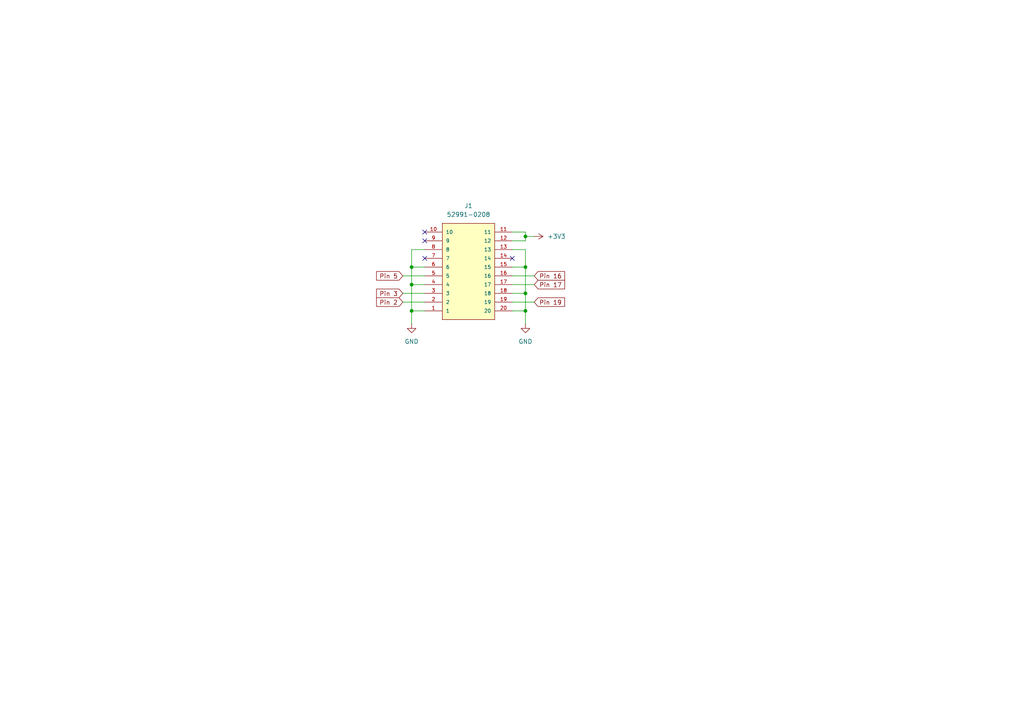
<source format=kicad_sch>
(kicad_sch (version 20231120) (generator "eeschema") (generator_version "8.0")
  (paper "A4")
  (lib_symbols
    (symbol "WiFiFlex:52991-0208" (pin_names (offset 1.016))
      (property "Reference" "J" (at -7.62 15.875 0))
      (property "Value" "52991-0208" (at -6.35 -15.24 0))
      (symbol "52991-0208_0_0"
        (rectangle (start -7.62 15.24) (end 7.62 -12.7) (stroke (width 0.1524)) (fill (type background)))
      )
      (symbol "52991-0208_1_0"
        (pin passive line (at 12.7 12.7 180) (length 5.08) (name "1") (number "1"))
        (pin passive line (at 12.7 -10.16 180) (length 5.08) (name "10") (number "10"))
        (pin passive line (at -12.7 -10.16 0) (length 5.08) (name "11") (number "11"))
        (pin passive line (at -12.7 -7.62 0) (length 5.08) (name "12") (number "12"))
        (pin passive line (at -12.7 -5.08 0) (length 5.08) (name "13") (number "13"))
        (pin passive line (at -12.7 -2.54 0) (length 5.08) (name "14") (number "14"))
        (pin passive line (at -12.7 0 0) (length 5.08) (name "15") (number "15"))
        (pin passive line (at -12.7 2.54 0) (length 5.08) (name "16") (number "16"))
        (pin passive line (at -12.7 5.08 0) (length 5.08) (name "17") (number "17"))
        (pin passive line (at -12.7 7.62 0) (length 5.08) (name "18") (number "18"))
        (pin passive line (at -12.7 10.16 0) (length 5.08) (name "19") (number "19"))
        (pin passive line (at 12.7 10.16 180) (length 5.08) (name "2") (number "2"))
        (pin passive line (at -12.7 12.7 0) (length 5.08) (name "20") (number "20"))
        (pin passive line (at 12.7 7.62 180) (length 5.08) (name "3") (number "3"))
        (pin passive line (at 12.7 5.08 180) (length 5.08) (name "4") (number "4"))
        (pin passive line (at 12.7 2.54 180) (length 5.08) (name "5") (number "5"))
        (pin passive line (at 12.7 0 180) (length 5.08) (name "6") (number "6"))
        (pin passive line (at 12.7 -2.54 180) (length 5.08) (name "7") (number "7"))
        (pin passive line (at 12.7 -5.08 180) (length 5.08) (name "8") (number "8"))
        (pin passive line (at 12.7 -7.62 180) (length 5.08) (name "9") (number "9"))
      )
    )
    (symbol "power:+3V3" (power) (pin_numbers hide) (pin_names (offset 0) hide)
      (property "Value" "+3V3" (at 0 3.556 0))
      (symbol "+3V3_0_1"
        (polyline (pts (xy -0.762 1.27) (xy 0 2.54)))
        (polyline (pts (xy 0 0) (xy 0 2.54)))
        (polyline (pts (xy 0 2.54) (xy 0.762 1.27)))
      )
      (symbol "+3V3_1_1"
        (pin power_in line (at 0 0 90) (length 0) (name "~") (number "1"))
      )
    )
    (symbol "power:GND" (power) (pin_numbers hide) (pin_names (offset 0) hide)
      (property "Value" "GND" (at 0 -3.81 0))
      (symbol "GND_0_1"
        (polyline (pts (xy 0 0) (xy 0 -1.27) (xy 1.27 -1.27) (xy 0 -2.54) (xy -1.27 -1.27) (xy 0 -1.27)))
      )
      (symbol "GND_1_1"
        (pin power_in line (at 0 0 270) (length 0) (name "~") (number "1"))
      )
    )
  )
  (junction (at 119.38 77.47))
  (junction (at 119.38 90.17))
  (junction (at 152.4 68.58))
  (junction (at 152.4 90.17))
  (junction (at 119.38 82.55))
  (junction (at 152.4 85.09))
  (junction (at 152.4 77.47))
  (no_connect (at 123.19 69.85))
  (no_connect (at 123.19 67.31))
  (no_connect (at 148.59 74.93))
  (no_connect (at 123.19 74.93))
  (wire (pts (xy 148.59 80.01) (xy 154.94 80.01)))
  (wire (pts (xy 152.4 67.31) (xy 152.4 68.58)))
  (wire (pts (xy 148.59 72.39) (xy 152.4 72.39)))
  (wire (pts (xy 152.4 68.58) (xy 152.4 69.85)))
  (wire (pts (xy 119.38 90.17) (xy 119.38 93.98)))
  (wire (pts (xy 148.59 69.85) (xy 152.4 69.85)))
  (wire (pts (xy 123.19 90.17) (xy 119.38 90.17)))
  (wire (pts (xy 119.38 77.47) (xy 119.38 82.55)))
  (wire (pts (xy 148.59 82.55) (xy 154.94 82.55)))
  (wire (pts (xy 123.19 82.55) (xy 119.38 82.55)))
  (wire (pts (xy 123.19 72.39) (xy 119.38 72.39)))
  (wire (pts (xy 148.59 85.09) (xy 152.4 85.09)))
  (wire (pts (xy 116.84 80.01) (xy 123.19 80.01)))
  (wire (pts (xy 116.84 87.63) (xy 123.19 87.63)))
  (wire (pts (xy 116.84 85.09) (xy 123.19 85.09)))
  (wire (pts (xy 152.4 68.58) (xy 154.94 68.58)))
  (wire (pts (xy 148.59 87.63) (xy 154.94 87.63)))
  (wire (pts (xy 152.4 90.17) (xy 152.4 93.98)))
  (wire (pts (xy 119.38 72.39) (xy 119.38 77.47)))
  (wire (pts (xy 148.59 90.17) (xy 152.4 90.17)))
  (wire (pts (xy 148.59 77.47) (xy 152.4 77.47)))
  (wire (pts (xy 152.4 77.47) (xy 152.4 85.09)))
  (wire (pts (xy 123.19 77.47) (xy 119.38 77.47)))
  (wire (pts (xy 152.4 85.09) (xy 152.4 90.17)))
  (wire (pts (xy 148.59 67.31) (xy 152.4 67.31)))
  (wire (pts (xy 119.38 82.55) (xy 119.38 90.17)))
  (wire (pts (xy 152.4 72.39) (xy 152.4 77.47)))
  (global_label "Pin 3" (shape input) (at 116.84 85.09 180) (property "Intersheetrefs" "${INTERSHEET_REFS}" (effects (hide yes))))
  (global_label "Pin 17" (shape input) (at 154.94 82.55 0) (property "Intersheetrefs" "${INTERSHEET_REFS}" (effects (hide yes))))
  (global_label "Pin 16" (shape input) (at 154.94 80.01 0) (property "Intersheetrefs" "${INTERSHEET_REFS}" (effects (hide yes))))
  (global_label "Pin 5" (shape input) (at 116.84 80.01 180) (property "Intersheetrefs" "${INTERSHEET_REFS}" (effects (hide yes))))
  (global_label "Pin 2" (shape input) (at 116.84 87.63 180) (property "Intersheetrefs" "${INTERSHEET_REFS}" (effects (hide yes))))
  (global_label "Pin 19" (shape input) (at 154.94 87.63 0) (property "Intersheetrefs" "${INTERSHEET_REFS}" (effects (hide yes))))
  (symbol (lib_id "power:GND") (at 119.38 93.98 0) (unit 1)
    (property "Reference" "#PWR02" (effects (hide yes)))
    (property "Value" "GND" (at 119.38 99.06 0))
    (property "Description" "Power symbol creates a global label with name \"GND\" , ground" (effects (hide yes)))
  )
  (symbol (lib_id "power:+3V3") (at 154.94 68.58 270) (unit 1)
    (property "Reference" "#PWR01" (effects (hide yes)))
    (property "Value" "+3V3" (at 158.75 68.5799 90) (effects (justify left)))
    (property "Description" "Power symbol creates a global label with name \"+3V3\"" (effects (hide yes)))
  )
  (symbol (lib_id "power:GND") (at 152.4 93.98 0) (unit 1)
    (property "Reference" "#PWR03" (effects (hide yes)))
    (property "Value" "GND" (at 152.4 99.06 0))
    (property "Description" "Power symbol creates a global label with name \"GND\" , ground" (effects (hide yes)))
  )
  (symbol (lib_id "WiFiFlex:52991-0208") (at 135.89 77.47 180) (unit 1)
    (property "Reference" "J1" (at 135.89 59.69 0))
    (property "Value" "52991-0208" (at 135.89 62.23 0))
    (property "Footprint" "WiFiFlex:52991-0208" (effects (hide yes)))
  )
)
</source>
